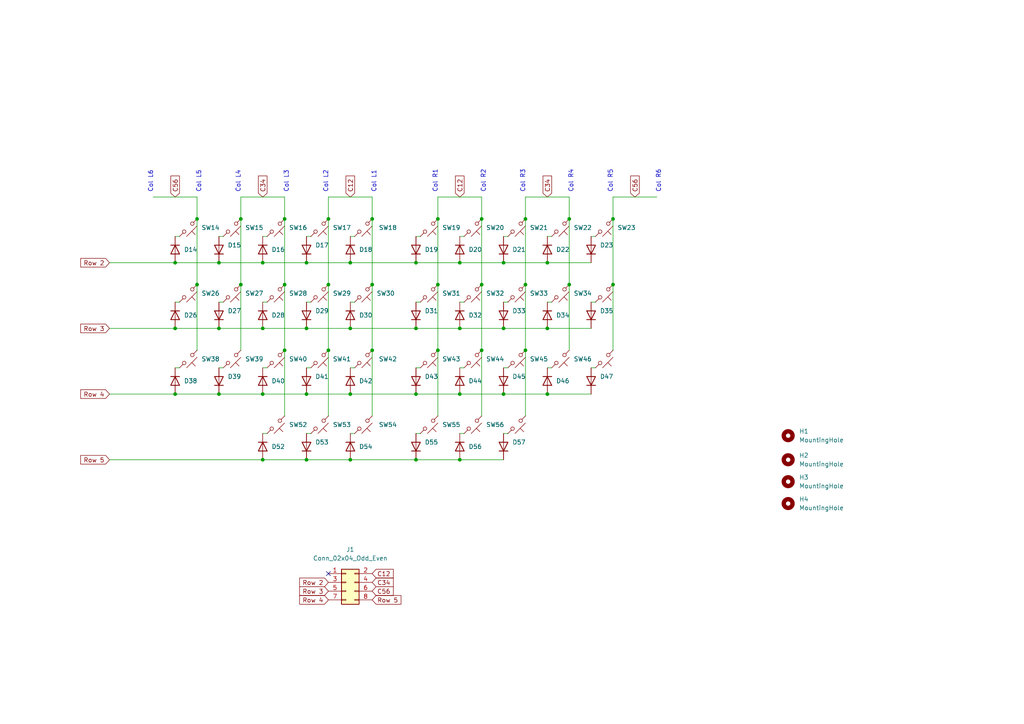
<source format=kicad_sch>
(kicad_sch (version 20230121) (generator eeschema)
  (paper "A4")
  (lib_symbols
    (symbol "Connector_Generic:Conn_02x04_Odd_Even" (pin_names (offset 1.016) hide)
      (property "Reference" "J" (at 1.27 5.08 0))
      (property "Value" "Conn_02x04_Odd_Even" (at 1.27 -7.62 0))
      (symbol "Conn_02x04_Odd_Even_1_1"
        (rectangle (start -1.27 -4.953) (end 0 -5.207) (stroke (width 0.1524)))
        (rectangle (start -1.27 -2.413) (end 0 -2.667) (stroke (width 0.1524)))
        (rectangle (start -1.27 0.127) (end 0 -0.127) (stroke (width 0.1524)))
        (rectangle (start -1.27 2.667) (end 0 2.413) (stroke (width 0.1524)))
        (rectangle (start -1.27 3.81) (end 3.81 -6.35) (stroke (width 0.254)) (fill (type background)))
        (rectangle (start 3.81 -4.953) (end 2.54 -5.207) (stroke (width 0.1524)))
        (rectangle (start 3.81 -2.413) (end 2.54 -2.667) (stroke (width 0.1524)))
        (rectangle (start 3.81 0.127) (end 2.54 -0.127) (stroke (width 0.1524)))
        (rectangle (start 3.81 2.667) (end 2.54 2.413) (stroke (width 0.1524)))
        (pin passive line (at -5.08 2.54 0) (length 3.81) (name "Pin_1") (number "1"))
        (pin passive line (at 7.62 2.54 180) (length 3.81) (name "Pin_2") (number "2"))
        (pin passive line (at -5.08 0 0) (length 3.81) (name "Pin_3") (number "3"))
        (pin passive line (at 7.62 0 180) (length 3.81) (name "Pin_4") (number "4"))
        (pin passive line (at -5.08 -2.54 0) (length 3.81) (name "Pin_5") (number "5"))
        (pin passive line (at 7.62 -2.54 180) (length 3.81) (name "Pin_6") (number "6"))
        (pin passive line (at -5.08 -5.08 0) (length 3.81) (name "Pin_7") (number "7"))
        (pin passive line (at 7.62 -5.08 180) (length 3.81) (name "Pin_8") (number "8"))
      )
    )
    (symbol "Diode:1N4448W" (pin_numbers hide) (pin_names hide)
      (property "Reference" "D" (at 0 2.54 0))
      (property "Value" "1N4448W" (at 0 -2.54 0))
      (symbol "1N4448W_0_1"
        (polyline (pts (xy -1.27 1.27) (xy -1.27 -1.27)) (stroke (width 0.254)))
        (polyline (pts (xy 1.27 0) (xy -1.27 0)))
        (polyline (pts (xy 1.27 1.27) (xy 1.27 -1.27) (xy -1.27 0) (xy 1.27 1.27)) (stroke (width 0.254)))
      )
      (symbol "1N4448W_1_1"
        (pin passive line (at -3.81 0 0) (length 2.54) (name "K") (number "1"))
        (pin passive line (at 3.81 0 180) (length 2.54) (name "A") (number "2"))
      )
    )
    (symbol "Mechanical:MountingHole" (pin_names (offset 1.016))
      (property "Reference" "H" (at 0 5.08 0))
      (property "Value" "MountingHole" (at 0 3.175 0))
      (symbol "MountingHole_0_1"
        (circle (center 0 0) (radius 1.27) (stroke (width 1.27)))
      )
    )
    (symbol "Switch:SW_Push_45deg" (pin_numbers hide) (pin_names (offset 1.016) hide)
      (property "Reference" "SW" (at 3.048 1.016 0))
      (property "Value" "SW_Push_45deg" (at 0 -3.81 0))
      (symbol "SW_Push_45deg_0_1"
        (circle (center -1.1684 1.1684) (radius 0.508))
        (polyline (pts (xy -0.508 2.54) (xy 2.54 -0.508)))
        (polyline (pts (xy 1.016 1.016) (xy 2.032 2.032)))
        (polyline (pts (xy -2.54 2.54) (xy -1.524 1.524) (xy -1.524 1.524)))
        (polyline (pts (xy 1.524 -1.524) (xy 2.54 -2.54) (xy 2.54 -2.54) (xy 2.54 -2.54)))
        (circle (center 1.143 -1.1938) (radius 0.508))
        (pin passive line (at -2.54 2.54 0) (length 0) (name "1") (number "1"))
        (pin passive line (at 2.54 -2.54 180) (length 0) (name "2") (number "2"))
      )
    )
  )
  (junction (at 139.7 101.6))
  (junction (at 101.6 95.25))
  (junction (at 146.05 95.25))
  (junction (at 88.9 95.25))
  (junction (at 177.8 82.55))
  (junction (at 63.5 76.2))
  (junction (at 101.6 133.35))
  (junction (at 82.55 101.6))
  (junction (at 139.7 63.5))
  (junction (at 152.4 101.6))
  (junction (at 127 63.5))
  (junction (at 57.15 63.5))
  (junction (at 158.75 95.25))
  (junction (at 50.8 95.25))
  (junction (at 152.4 63.5))
  (junction (at 88.9 114.3))
  (junction (at 95.25 63.5))
  (junction (at 57.15 82.55))
  (junction (at 76.2 114.3))
  (junction (at 76.2 133.35))
  (junction (at 107.95 101.6))
  (junction (at 152.4 82.55))
  (junction (at 127 82.55))
  (junction (at 120.65 76.2))
  (junction (at 120.65 133.35))
  (junction (at 165.1 63.5))
  (junction (at 82.55 63.5))
  (junction (at 133.35 95.25))
  (junction (at 133.35 114.3))
  (junction (at 146.05 114.3))
  (junction (at 120.65 114.3))
  (junction (at 63.5 95.25))
  (junction (at 139.7 82.55))
  (junction (at 76.2 95.25))
  (junction (at 88.9 76.2))
  (junction (at 50.8 114.3))
  (junction (at 165.1 82.55))
  (junction (at 133.35 133.35))
  (junction (at 133.35 76.2))
  (junction (at 107.95 63.5))
  (junction (at 50.8 76.2))
  (junction (at 101.6 114.3))
  (junction (at 120.65 95.25))
  (junction (at 76.2 76.2))
  (junction (at 69.85 63.5))
  (junction (at 69.85 82.55))
  (junction (at 82.55 82.55))
  (junction (at 63.5 114.3))
  (junction (at 127 101.6))
  (junction (at 101.6 76.2))
  (junction (at 95.25 82.55))
  (junction (at 158.75 76.2))
  (junction (at 107.95 82.55))
  (junction (at 95.25 101.6))
  (junction (at 158.75 114.3))
  (junction (at 177.8 63.5))
  (junction (at 88.9 133.35))
  (junction (at 146.05 76.2))
  (no_connect (at 95.25 166.37))
  (wire (pts (xy 95.25 101.6) (xy 95.25 120.65)))
  (wire (pts (xy 127 63.5) (xy 127 82.55)))
  (wire (pts (xy 172.72 87.63) (xy 171.45 87.63)))
  (wire (pts (xy 57.15 82.55) (xy 57.15 101.6)))
  (wire (pts (xy 76.2 95.25) (xy 88.9 95.25)))
  (wire (pts (xy 76.2 114.3) (xy 88.9 114.3)))
  (wire (pts (xy 76.2 125.73) (xy 77.47 125.73)))
  (wire (pts (xy 165.1 57.15) (xy 165.1 63.5)))
  (wire (pts (xy 120.65 133.35) (xy 133.35 133.35)))
  (wire (pts (xy 69.85 57.15) (xy 69.85 63.5)))
  (wire (pts (xy 158.75 68.58) (xy 160.02 68.58)))
  (wire (pts (xy 76.2 87.63) (xy 77.47 87.63)))
  (wire (pts (xy 158.75 76.2) (xy 171.45 76.2)))
  (wire (pts (xy 146.05 114.3) (xy 158.75 114.3)))
  (wire (pts (xy 76.2 133.35) (xy 88.9 133.35)))
  (wire (pts (xy 64.77 87.63) (xy 63.5 87.63)))
  (wire (pts (xy 152.4 57.15) (xy 152.4 63.5)))
  (wire (pts (xy 133.35 68.58) (xy 134.62 68.58)))
  (wire (pts (xy 31.75 95.25) (xy 50.8 95.25)))
  (wire (pts (xy 127 82.55) (xy 127 101.6)))
  (wire (pts (xy 147.32 87.63) (xy 146.05 87.63)))
  (wire (pts (xy 121.92 106.68) (xy 120.65 106.68)))
  (wire (pts (xy 95.25 57.15) (xy 107.95 57.15)))
  (wire (pts (xy 121.92 68.58) (xy 120.65 68.58)))
  (wire (pts (xy 133.35 114.3) (xy 146.05 114.3)))
  (wire (pts (xy 101.6 106.68) (xy 102.87 106.68)))
  (wire (pts (xy 50.8 76.2) (xy 63.5 76.2)))
  (wire (pts (xy 158.75 114.3) (xy 171.45 114.3)))
  (wire (pts (xy 133.35 87.63) (xy 134.62 87.63)))
  (wire (pts (xy 95.25 82.55) (xy 95.25 101.6)))
  (wire (pts (xy 63.5 95.25) (xy 76.2 95.25)))
  (wire (pts (xy 90.17 68.58) (xy 88.9 68.58)))
  (wire (pts (xy 177.8 57.15) (xy 177.8 63.5)))
  (wire (pts (xy 82.55 82.55) (xy 82.55 101.6)))
  (wire (pts (xy 152.4 63.5) (xy 152.4 82.55)))
  (wire (pts (xy 133.35 133.35) (xy 146.05 133.35)))
  (wire (pts (xy 107.95 101.6) (xy 107.95 120.65)))
  (wire (pts (xy 152.4 101.6) (xy 152.4 120.65)))
  (wire (pts (xy 158.75 106.68) (xy 160.02 106.68)))
  (wire (pts (xy 147.32 106.68) (xy 146.05 106.68)))
  (wire (pts (xy 69.85 82.55) (xy 69.85 101.6)))
  (wire (pts (xy 139.7 82.55) (xy 139.7 101.6)))
  (wire (pts (xy 172.72 68.58) (xy 171.45 68.58)))
  (wire (pts (xy 177.8 82.55) (xy 177.8 101.6)))
  (wire (pts (xy 120.65 76.2) (xy 133.35 76.2)))
  (wire (pts (xy 121.92 125.73) (xy 120.65 125.73)))
  (wire (pts (xy 44.45 57.15) (xy 57.15 57.15)))
  (wire (pts (xy 158.75 95.25) (xy 171.45 95.25)))
  (wire (pts (xy 82.55 63.5) (xy 82.55 82.55)))
  (wire (pts (xy 165.1 63.5) (xy 165.1 82.55)))
  (wire (pts (xy 90.17 106.68) (xy 88.9 106.68)))
  (wire (pts (xy 50.8 95.25) (xy 63.5 95.25)))
  (wire (pts (xy 127 101.6) (xy 127 120.65)))
  (wire (pts (xy 64.77 68.58) (xy 63.5 68.58)))
  (wire (pts (xy 139.7 57.15) (xy 139.7 63.5)))
  (wire (pts (xy 88.9 76.2) (xy 101.6 76.2)))
  (wire (pts (xy 107.95 57.15) (xy 107.95 63.5)))
  (wire (pts (xy 133.35 125.73) (xy 134.62 125.73)))
  (wire (pts (xy 147.32 125.73) (xy 146.05 125.73)))
  (wire (pts (xy 120.65 114.3) (xy 133.35 114.3)))
  (wire (pts (xy 57.15 63.5) (xy 57.15 82.55)))
  (wire (pts (xy 127 57.15) (xy 127 63.5)))
  (wire (pts (xy 121.92 87.63) (xy 120.65 87.63)))
  (wire (pts (xy 95.25 63.5) (xy 95.25 82.55)))
  (wire (pts (xy 158.75 87.63) (xy 160.02 87.63)))
  (wire (pts (xy 133.35 76.2) (xy 146.05 76.2)))
  (wire (pts (xy 101.6 87.63) (xy 102.87 87.63)))
  (wire (pts (xy 152.4 57.15) (xy 165.1 57.15)))
  (wire (pts (xy 76.2 106.68) (xy 77.47 106.68)))
  (wire (pts (xy 133.35 95.25) (xy 146.05 95.25)))
  (wire (pts (xy 50.8 114.3) (xy 63.5 114.3)))
  (wire (pts (xy 165.1 82.55) (xy 165.1 101.6)))
  (wire (pts (xy 177.8 63.5) (xy 177.8 82.55)))
  (wire (pts (xy 152.4 82.55) (xy 152.4 101.6)))
  (wire (pts (xy 90.17 87.63) (xy 88.9 87.63)))
  (wire (pts (xy 76.2 76.2) (xy 88.9 76.2)))
  (wire (pts (xy 139.7 63.5) (xy 139.7 82.55)))
  (wire (pts (xy 88.9 114.3) (xy 101.6 114.3)))
  (wire (pts (xy 88.9 133.35) (xy 101.6 133.35)))
  (wire (pts (xy 31.75 76.2) (xy 50.8 76.2)))
  (wire (pts (xy 31.75 114.3) (xy 50.8 114.3)))
  (wire (pts (xy 127 57.15) (xy 139.7 57.15)))
  (wire (pts (xy 63.5 114.3) (xy 76.2 114.3)))
  (wire (pts (xy 88.9 95.25) (xy 101.6 95.25)))
  (wire (pts (xy 101.6 114.3) (xy 120.65 114.3)))
  (wire (pts (xy 133.35 106.68) (xy 134.62 106.68)))
  (wire (pts (xy 64.77 106.68) (xy 63.5 106.68)))
  (wire (pts (xy 139.7 101.6) (xy 139.7 120.65)))
  (wire (pts (xy 101.6 95.25) (xy 120.65 95.25)))
  (wire (pts (xy 147.32 68.58) (xy 146.05 68.58)))
  (wire (pts (xy 95.25 57.15) (xy 95.25 63.5)))
  (wire (pts (xy 57.15 57.15) (xy 57.15 63.5)))
  (wire (pts (xy 90.17 125.73) (xy 88.9 125.73)))
  (wire (pts (xy 76.2 68.58) (xy 77.47 68.58)))
  (wire (pts (xy 101.6 133.35) (xy 120.65 133.35)))
  (wire (pts (xy 69.85 57.15) (xy 82.55 57.15)))
  (wire (pts (xy 172.72 106.68) (xy 171.45 106.68)))
  (wire (pts (xy 69.85 63.5) (xy 69.85 82.55)))
  (wire (pts (xy 82.55 57.15) (xy 82.55 63.5)))
  (wire (pts (xy 63.5 76.2) (xy 76.2 76.2)))
  (wire (pts (xy 101.6 68.58) (xy 102.87 68.58)))
  (wire (pts (xy 107.95 63.5) (xy 107.95 82.55)))
  (wire (pts (xy 177.8 57.15) (xy 190.5 57.15)))
  (wire (pts (xy 31.75 133.35) (xy 76.2 133.35)))
  (wire (pts (xy 50.8 106.68) (xy 52.07 106.68)))
  (wire (pts (xy 120.65 95.25) (xy 133.35 95.25)))
  (wire (pts (xy 50.8 87.63) (xy 52.07 87.63)))
  (wire (pts (xy 107.95 82.55) (xy 107.95 101.6)))
  (wire (pts (xy 101.6 125.73) (xy 102.87 125.73)))
  (wire (pts (xy 101.6 76.2) (xy 120.65 76.2)))
  (wire (pts (xy 146.05 95.25) (xy 158.75 95.25)))
  (wire (pts (xy 146.05 76.2) (xy 158.75 76.2)))
  (wire (pts (xy 50.8 68.58) (xy 52.07 68.58)))
  (wire (pts (xy 82.55 101.6) (xy 82.55 120.65)))
  (text "Col L4" (at 69.85 55.88 90) (effects (font (size 1.27 1.27)) (justify left bottom)))
  (text "Col R1" (at 127 55.88 90) (effects (font (size 1.27 1.27)) (justify left bottom)))
  (text "Col L1" (at 109.22 55.88 90) (effects (font (size 1.27 1.27)) (justify left bottom)))
  (text "Col R5" (at 177.8 55.88 90) (effects (font (size 1.27 1.27)) (justify left bottom)))
  (text "Col L6" (at 44.45 55.88 90) (effects (font (size 1.27 1.27)) (justify left bottom)))
  (text "Col R3" (at 152.4 55.88 90) (effects (font (size 1.27 1.27)) (justify left bottom)))
  (text "Col L3" (at 83.82 55.88 90) (effects (font (size 1.27 1.27)) (justify left bottom)))
  (text "Col R6" (at 191.77 55.88 90) (effects (font (size 1.27 1.27)) (justify left bottom)))
  (text "Col L5" (at 58.42 55.88 90) (effects (font (size 1.27 1.27)) (justify left bottom)))
  (text "Col R2" (at 140.97 55.88 90) (effects (font (size 1.27 1.27)) (justify left bottom)))
  (text "Col R4" (at 166.37 55.88 90) (effects (font (size 1.27 1.27)) (justify left bottom)))
  (text "Col L2" (at 95.25 55.88 90) (effects (font (size 1.27 1.27)) (justify left bottom)))
  (global_label "Row 4" (shape input) (at 95.25 173.99 180) (property "Intersheetrefs" "${INTERSHEET_REFS}" (effects hide)))
  (global_label "C56" (shape input) (at 107.95 171.45 0) (property "Intersheetrefs" "${INTERSHEET_REFS}" (effects hide)))
  (global_label "C12" (shape input) (at 101.6 57.15 90) (property "Intersheetrefs" "${INTERSHEET_REFS}" (effects hide)))
  (global_label "C34" (shape input) (at 158.75 57.15 90) (property "Intersheetrefs" "${INTERSHEET_REFS}" (effects hide)))
  (global_label "C56" (shape input) (at 184.15 57.15 90) (property "Intersheetrefs" "${INTERSHEET_REFS}" (effects hide)))
  (global_label "C12" (shape input) (at 133.35 57.15 90) (property "Intersheetrefs" "${INTERSHEET_REFS}" (effects hide)))
  (global_label "Row 2" (shape input) (at 31.75 76.2 180) (property "Intersheetrefs" "${INTERSHEET_REFS}" (effects hide)))
  (global_label "Row 5" (shape input) (at 107.95 173.99 0) (property "Intersheetrefs" "${INTERSHEET_REFS}" (effects hide)))
  (global_label "Row 5" (shape input) (at 31.75 133.35 180) (property "Intersheetrefs" "${INTERSHEET_REFS}" (effects hide)))
  (global_label "C56" (shape input) (at 50.8 57.15 90) (property "Intersheetrefs" "${INTERSHEET_REFS}" (effects hide)))
  (global_label "Row 3" (shape input) (at 95.25 171.45 180) (property "Intersheetrefs" "${INTERSHEET_REFS}" (effects hide)))
  (global_label "C12" (shape input) (at 107.95 166.37 0) (property "Intersheetrefs" "${INTERSHEET_REFS}" (effects hide)))
  (global_label "Row 4" (shape input) (at 31.75 114.3 180) (property "Intersheetrefs" "${INTERSHEET_REFS}" (effects hide)))
  (global_label "Row 3" (shape input) (at 31.75 95.25 180) (property "Intersheetrefs" "${INTERSHEET_REFS}" (effects hide)))
  (global_label "C34" (shape input) (at 76.2 57.15 90) (property "Intersheetrefs" "${INTERSHEET_REFS}" (effects hide)))
  (global_label "Row 2" (shape input) (at 95.25 168.91 180) (property "Intersheetrefs" "${INTERSHEET_REFS}" (effects hide)))
  (global_label "C34" (shape input) (at 107.95 168.91 0) (property "Intersheetrefs" "${INTERSHEET_REFS}" (effects hide)))
  (symbol (lib_id "Diode:1N4448W") (at 146.05 72.39 90) (unit 1)
    (property "Reference" "D21" (at 148.59 72.3899 90) (effects (justify right)))
    (property "Value" "1N4448W" (effects hide))
    (property "Footprint" "Keyboard_Foostan:D3_SMD_v2" (effects hide))
    (property "Datasheet" "https://www.vishay.com/docs/85722/1n4448w.pdf" (effects hide))
  )
  (symbol (lib_id "Switch:SW_Push_45deg") (at 54.61 66.04 270) (unit 1)
    (property "Reference" "SW14" (at 58.42 66.0399 90) (effects (justify left)))
    (property "Value" "SW_Push_45deg" (effects hide))
    (property "Footprint" "Keyboard_JSA:ChocV1_Hotswap_reverse" (effects hide))
  )
  (symbol (lib_id "Switch:SW_Push_45deg") (at 149.86 85.09 270) (unit 1)
    (property "Reference" "SW33" (at 153.67 85.0899 90) (effects (justify left)))
    (property "Value" "SW_Push_45deg" (effects hide))
    (property "Footprint" "Keyboard_JSA:ChocV1_Hotswap" (effects hide))
  )
  (symbol (lib_id "Diode:1N4448W") (at 120.65 72.39 90) (unit 1)
    (property "Reference" "D19" (at 123.19 72.3899 90) (effects (justify right)))
    (property "Value" "1N4448W" (effects hide))
    (property "Footprint" "Keyboard_Foostan:D3_SMD_v2" (effects hide))
    (property "Datasheet" "https://www.vishay.com/docs/85722/1n4448w.pdf" (effects hide))
  )
  (symbol (lib_id "Switch:SW_Push_45deg") (at 149.86 66.04 270) (unit 1)
    (property "Reference" "SW21" (at 153.67 66.0399 90) (effects (justify left)))
    (property "Value" "SW_Push_45deg" (effects hide))
    (property "Footprint" "Keyboard_JSA:ChocV1_Hotswap" (effects hide))
  )
  (symbol (lib_id "Switch:SW_Push_45deg") (at 105.41 123.19 270) (unit 1)
    (property "Reference" "SW54" (at 109.855 123.19 90) (effects (justify left)))
    (property "Value" "SW_Push_45deg" (effects hide))
    (property "Footprint" "Keyboard_JSA:ChocV1_Hotswap_reverse" (effects hide))
  )
  (symbol (lib_id "Diode:1N4448W") (at 120.65 110.49 90) (unit 1)
    (property "Reference" "D43" (at 123.19 109.2199 90) (effects (justify right)))
    (property "Value" "1N4448W" (effects hide))
    (property "Footprint" "Keyboard_Foostan:D3_SMD_v2" (effects hide))
    (property "Datasheet" "https://www.vishay.com/docs/85722/1n4448w.pdf" (effects hide))
  )
  (symbol (lib_id "Switch:SW_Push_45deg") (at 149.86 104.14 270) (unit 1)
    (property "Reference" "SW45" (at 153.67 104.1399 90) (effects (justify left)))
    (property "Value" "SW_Push_45deg" (effects hide))
    (property "Footprint" "Keyboard_JSA:ChocV1_Hotswap" (effects hide))
  )
  (symbol (lib_id "Switch:SW_Push_45deg") (at 80.01 85.09 270) (unit 1)
    (property "Reference" "SW28" (at 83.82 85.0899 90) (effects (justify left)))
    (property "Value" "SW_Push_45deg" (effects hide))
    (property "Footprint" "Keyboard_JSA:ChocV1_Hotswap_reverse" (effects hide))
  )
  (symbol (lib_id "Mechanical:MountingHole") (at 228.6 139.7 0) (unit 1)
    (property "Reference" "H3" (at 231.775 138.4299 0) (effects (justify left)))
    (property "Value" "MountingHole" (at 231.775 140.9699 0) (effects (justify left)))
    (property "Footprint" "MountingHole:MountingHole_3.2mm_M3_DIN965" (effects hide))
  )
  (symbol (lib_id "Diode:1N4448W") (at 88.9 72.39 90) (unit 1)
    (property "Reference" "D17" (at 91.44 71.1199 90) (effects (justify right)))
    (property "Value" "1N4448W" (effects hide))
    (property "Footprint" "Keyboard_Foostan:D3_SMD_v2" (effects hide))
    (property "Datasheet" "https://www.vishay.com/docs/85722/1n4448w.pdf" (effects hide))
  )
  (symbol (lib_id "Diode:1N4448W") (at 63.5 72.39 90) (unit 1)
    (property "Reference" "D15" (at 66.04 71.1199 90) (effects (justify right)))
    (property "Value" "1N4448W" (effects hide))
    (property "Footprint" "Keyboard_Foostan:D3_SMD_v2" (effects hide))
    (property "Datasheet" "https://www.vishay.com/docs/85722/1n4448w.pdf" (effects hide))
  )
  (symbol (lib_id "Switch:SW_Push_45deg") (at 137.16 66.04 270) (unit 1)
    (property "Reference" "SW20" (at 140.97 66.0399 90) (effects (justify left)))
    (property "Value" "SW_Push_45deg" (effects hide))
    (property "Footprint" "Keyboard_JSA:ChocV1_Hotswap" (effects hide))
  )
  (symbol (lib_id "Diode:1N4448W") (at 88.9 110.49 90) (unit 1)
    (property "Reference" "D41" (at 91.44 109.2199 90) (effects (justify right)))
    (property "Value" "1N4448W" (effects hide))
    (property "Footprint" "Keyboard_Foostan:D3_SMD_v2" (effects hide))
    (property "Datasheet" "https://www.vishay.com/docs/85722/1n4448w.pdf" (effects hide))
  )
  (symbol (lib_id "Switch:SW_Push_45deg") (at 67.31 85.09 270) (unit 1)
    (property "Reference" "SW27" (at 71.12 85.0899 90) (effects (justify left)))
    (property "Value" "SW_Push_45deg" (effects hide))
    (property "Footprint" "Keyboard_JSA:ChocV1_Hotswap_reverse" (effects hide))
  )
  (symbol (lib_id "Switch:SW_Push_45deg") (at 175.26 85.09 270) (unit 1)
    (property "Reference" "SW35" (effects hide))
    (property "Value" "SW_Push_45deg" (effects hide))
    (property "Footprint" "Keyboard_JSA:ChocV1_Hotswap" (effects hide))
  )
  (symbol (lib_id "Switch:SW_Push_45deg") (at 137.16 85.09 270) (unit 1)
    (property "Reference" "SW32" (at 140.97 85.0899 90) (effects (justify left)))
    (property "Value" "SW_Push_45deg" (effects hide))
    (property "Footprint" "Keyboard_JSA:ChocV1_Hotswap" (effects hide))
  )
  (symbol (lib_id "Switch:SW_Push_45deg") (at 54.61 104.14 270) (unit 1)
    (property "Reference" "SW38" (at 58.42 104.1399 90) (effects (justify left)))
    (property "Value" "SW_Push_45deg" (effects hide))
    (property "Footprint" "Keyboard_JSA:ChocV1_Hotswap_reverse" (effects hide))
  )
  (symbol (lib_id "Switch:SW_Push_45deg") (at 124.46 85.09 270) (unit 1)
    (property "Reference" "SW31" (at 128.27 85.0899 90) (effects (justify left)))
    (property "Value" "SW_Push_45deg" (effects hide))
    (property "Footprint" "Keyboard_JSA:ChocV1_Hotswap" (effects hide))
  )
  (symbol (lib_id "Diode:1N4448W") (at 120.65 91.44 90) (unit 1)
    (property "Reference" "D31" (at 123.19 90.1699 90) (effects (justify right)))
    (property "Value" "1N4448W" (effects hide))
    (property "Footprint" "Keyboard_Foostan:D3_SMD_v2" (effects hide))
    (property "Datasheet" "https://www.vishay.com/docs/85722/1n4448w.pdf" (effects hide))
  )
  (symbol (lib_id "Mechanical:MountingHole") (at 228.6 146.05 0) (unit 1)
    (property "Reference" "H4" (at 231.775 144.7799 0) (effects (justify left)))
    (property "Value" "MountingHole" (at 231.775 147.3199 0) (effects (justify left)))
    (property "Footprint" "MountingHole:MountingHole_3.2mm_M3_DIN965" (effects hide))
  )
  (symbol (lib_id "Diode:1N4448W") (at 76.2 110.49 270) (unit 1)
    (property "Reference" "D40" (at 78.74 110.4899 90) (effects (justify left)))
    (property "Value" "1N4448W" (effects hide))
    (property "Footprint" "Keyboard_Foostan:D3_SMD_v2" (effects hide))
    (property "Datasheet" "https://www.vishay.com/docs/85722/1n4448w.pdf" (effects hide))
  )
  (symbol (lib_id "Diode:1N4448W") (at 120.65 129.54 90) (unit 1)
    (property "Reference" "D55" (at 123.19 128.2699 90) (effects (justify right)))
    (property "Value" "1N4448W" (effects hide))
    (property "Footprint" "Keyboard_Foostan:D3_SMD_v2" (effects hide))
    (property "Datasheet" "https://www.vishay.com/docs/85722/1n4448w.pdf" (effects hide))
  )
  (symbol (lib_id "Diode:1N4448W") (at 76.2 129.54 270) (unit 1)
    (property "Reference" "D52" (at 78.74 129.5399 90) (effects (justify left)))
    (property "Value" "1N4448W" (effects hide))
    (property "Footprint" "Keyboard_Foostan:D3_SMD_v2" (effects hide))
    (property "Datasheet" "https://www.vishay.com/docs/85722/1n4448w.pdf" (effects hide))
  )
  (symbol (lib_id "Switch:SW_Push_45deg") (at 162.56 66.04 270) (unit 1)
    (property "Reference" "SW22" (at 166.37 66.0399 90) (effects (justify left)))
    (property "Value" "SW_Push_45deg" (effects hide))
    (property "Footprint" "Keyboard_JSA:ChocV1_Hotswap" (effects hide))
  )
  (symbol (lib_id "Diode:1N4448W") (at 133.35 72.39 270) (unit 1)
    (property "Reference" "D20" (at 135.89 72.3899 90) (effects (justify left)))
    (property "Value" "1N4448W" (effects hide))
    (property "Footprint" "Keyboard_Foostan:D3_SMD_v2" (effects hide))
    (property "Datasheet" "https://www.vishay.com/docs/85722/1n4448w.pdf" (effects hide))
  )
  (symbol (lib_id "Switch:SW_Push_45deg") (at 137.16 123.19 270) (unit 1)
    (property "Reference" "SW56" (at 140.97 123.1899 90) (effects (justify left)))
    (property "Value" "SW_Push_45deg" (effects hide))
    (property "Footprint" "Keyboard_JSA:ChocV1_Hotswap" (effects hide))
  )
  (symbol (lib_id "Diode:1N4448W") (at 101.6 91.44 270) (unit 1)
    (property "Reference" "D30" (at 104.14 91.4399 90) (effects (justify left)))
    (property "Value" "1N4448W" (effects hide))
    (property "Footprint" "Keyboard_Foostan:D3_SMD_v2" (effects hide))
    (property "Datasheet" "https://www.vishay.com/docs/85722/1n4448w.pdf" (effects hide))
  )
  (symbol (lib_id "Diode:1N4448W") (at 101.6 110.49 270) (unit 1)
    (property "Reference" "D42" (at 104.14 110.4899 90) (effects (justify left)))
    (property "Value" "1N4448W" (effects hide))
    (property "Footprint" "Keyboard_Foostan:D3_SMD_v2" (effects hide))
    (property "Datasheet" "https://www.vishay.com/docs/85722/1n4448w.pdf" (effects hide))
  )
  (symbol (lib_id "Switch:SW_Push_45deg") (at 124.46 123.19 270) (unit 1)
    (property "Reference" "SW55" (at 128.27 123.1899 90) (effects (justify left)))
    (property "Value" "SW_Push_45deg" (effects hide))
    (property "Footprint" "Keyboard_JSA:ChocV1_Hotswap" (effects hide))
  )
  (symbol (lib_id "Mechanical:MountingHole") (at 228.6 133.35 0) (unit 1)
    (property "Reference" "H2" (at 231.775 132.0799 0) (effects (justify left)))
    (property "Value" "MountingHole" (at 231.775 134.6199 0) (effects (justify left)))
    (property "Footprint" "MountingHole:MountingHole_3.2mm_M3_DIN965" (effects hide))
  )
  (symbol (lib_id "Switch:SW_Push_45deg") (at 162.56 104.14 270) (unit 1)
    (property "Reference" "SW46" (at 166.37 104.1399 90) (effects (justify left)))
    (property "Value" "SW_Push_45deg" (effects hide))
    (property "Footprint" "Keyboard_JSA:ChocV1_Hotswap" (effects hide))
  )
  (symbol (lib_id "Switch:SW_Push_45deg") (at 105.41 85.09 270) (unit 1)
    (property "Reference" "SW30" (at 109.22 85.09 90) (effects (justify left)))
    (property "Value" "SW_Push_45deg" (effects hide))
    (property "Footprint" "Keyboard_JSA:ChocV1_Hotswap_reverse" (effects hide))
  )
  (symbol (lib_id "Connector_Generic:Conn_02x04_Odd_Even") (at 100.33 168.91 0) (unit 1)
    (property "Reference" "J1" (at 101.6 159.385 0))
    (property "Value" "Conn_02x04_Odd_Even" (at 101.6 161.925 0))
    (property "Footprint" "Keyboard_JSA:matrix_connector" (effects hide))
  )
  (symbol (lib_id "Diode:1N4448W") (at 101.6 72.39 270) (unit 1)
    (property "Reference" "D18" (at 104.14 72.3899 90) (effects (justify left)))
    (property "Value" "1N4448W" (effects hide))
    (property "Footprint" "Keyboard_Foostan:D3_SMD_v2" (effects hide))
    (property "Datasheet" "https://www.vishay.com/docs/85722/1n4448w.pdf" (effects hide))
  )
  (symbol (lib_id "Diode:1N4448W") (at 63.5 110.49 90) (unit 1)
    (property "Reference" "D39" (at 66.04 109.2199 90) (effects (justify right)))
    (property "Value" "1N4448W" (effects hide))
    (property "Footprint" "Keyboard_Foostan:D3_SMD_v2" (effects hide))
    (property "Datasheet" "https://www.vishay.com/docs/85722/1n4448w.pdf" (effects hide))
  )
  (symbol (lib_id "Diode:1N4448W") (at 158.75 110.49 270) (unit 1)
    (property "Reference" "D46" (at 161.29 110.4899 90) (effects (justify left)))
    (property "Value" "1N4448W" (effects hide))
    (property "Footprint" "Keyboard_Foostan:D3_SMD_v2" (effects hide))
    (property "Datasheet" "https://www.vishay.com/docs/85722/1n4448w.pdf" (effects hide))
  )
  (symbol (lib_id "Switch:SW_Push_45deg") (at 149.86 123.19 270) (unit 1)
    (property "Reference" "SW57" (effects hide))
    (property "Value" "SW_Push_45deg" (effects hide))
    (property "Footprint" "Keyboard_JSA:ChocV1_Hotswap" (effects hide))
  )
  (symbol (lib_id "Switch:SW_Push_45deg") (at 67.31 66.04 270) (unit 1)
    (property "Reference" "SW15" (at 71.12 66.0399 90) (effects (justify left)))
    (property "Value" "SW_Push_45deg" (effects hide))
    (property "Footprint" "Keyboard_JSA:ChocV1_Hotswap_reverse" (effects hide))
  )
  (symbol (lib_id "Diode:1N4448W") (at 101.6 129.54 270) (unit 1)
    (property "Reference" "D54" (at 104.14 129.5399 90) (effects (justify left)))
    (property "Value" "1N4448W" (effects hide))
    (property "Footprint" "Keyboard_Foostan:D3_SMD_v2" (effects hide))
    (property "Datasheet" "https://www.vishay.com/docs/85722/1n4448w.pdf" (effects hide))
  )
  (symbol (lib_id "Diode:1N4448W") (at 146.05 129.54 90) (unit 1)
    (property "Reference" "D57" (at 148.59 128.2699 90) (effects (justify right)))
    (property "Value" "1N4448W" (effects hide))
    (property "Footprint" "Keyboard_Foostan:D3_SMD_v2" (effects hide))
    (property "Datasheet" "https://www.vishay.com/docs/85722/1n4448w.pdf" (effects hide))
  )
  (symbol (lib_id "Switch:SW_Push_45deg") (at 105.41 104.14 270) (unit 1)
    (property "Reference" "SW42" (at 109.855 104.14 90) (effects (justify left)))
    (property "Value" "SW_Push_45deg" (effects hide))
    (property "Footprint" "Keyboard_JSA:ChocV1_Hotswap_reverse" (effects hide))
  )
  (symbol (lib_id "Switch:SW_Push_45deg") (at 54.61 85.09 270) (unit 1)
    (property "Reference" "SW26" (at 58.42 85.0899 90) (effects (justify left)))
    (property "Value" "SW_Push_45deg" (effects hide))
    (property "Footprint" "Keyboard_JSA:ChocV1_Hotswap_reverse" (effects hide))
  )
  (symbol (lib_id "Switch:SW_Push_45deg") (at 175.26 104.14 270) (unit 1)
    (property "Reference" "SW47" (effects hide))
    (property "Value" "SW_Push_45deg" (effects hide))
    (property "Footprint" "Keyboard_JSA:ChocV1_Hotswap" (effects hide))
  )
  (symbol (lib_id "Diode:1N4448W") (at 133.35 91.44 270) (unit 1)
    (property "Reference" "D32" (at 135.89 91.4399 90) (effects (justify left)))
    (property "Value" "1N4448W" (effects hide))
    (property "Footprint" "Keyboard_Foostan:D3_SMD_v2" (effects hide))
    (property "Datasheet" "https://www.vishay.com/docs/85722/1n4448w.pdf" (effects hide))
  )
  (symbol (lib_id "Diode:1N4448W") (at 50.8 72.39 270) (unit 1)
    (property "Reference" "D14" (at 53.34 72.3899 90) (effects (justify left)))
    (property "Value" "1N4448W" (effects hide))
    (property "Footprint" "Keyboard_Foostan:D3_SMD_v2" (effects hide))
    (property "Datasheet" "https://www.vishay.com/docs/85722/1n4448w.pdf" (effects hide))
  )
  (symbol (lib_id "Switch:SW_Push_45deg") (at 92.71 85.09 270) (unit 1)
    (property "Reference" "SW29" (at 96.52 85.0899 90) (effects (justify left)))
    (property "Value" "SW_Push_45deg" (effects hide))
    (property "Footprint" "Keyboard_JSA:ChocV1_Hotswap_reverse" (effects hide))
  )
  (symbol (lib_id "Diode:1N4448W") (at 158.75 91.44 270) (unit 1)
    (property "Reference" "D34" (at 161.29 91.4399 90) (effects (justify left)))
    (property "Value" "1N4448W" (effects hide))
    (property "Footprint" "Keyboard_Foostan:D3_SMD_v2" (effects hide))
    (property "Datasheet" "https://www.vishay.com/docs/85722/1n4448w.pdf" (effects hide))
  )
  (symbol (lib_id "Diode:1N4448W") (at 146.05 110.49 90) (unit 1)
    (property "Reference" "D45" (at 148.59 109.2199 90) (effects (justify right)))
    (property "Value" "1N4448W" (effects hide))
    (property "Footprint" "Keyboard_Foostan:D3_SMD_v2" (effects hide))
    (property "Datasheet" "https://www.vishay.com/docs/85722/1n4448w.pdf" (effects hide))
  )
  (symbol (lib_id "Diode:1N4448W") (at 158.75 72.39 270) (unit 1)
    (property "Reference" "D22" (at 161.29 72.3899 90) (effects (justify left)))
    (property "Value" "1N4448W" (effects hide))
    (property "Footprint" "Keyboard_Foostan:D3_SMD_v2" (effects hide))
    (property "Datasheet" "https://www.vishay.com/docs/85722/1n4448w.pdf" (effects hide))
  )
  (symbol (lib_id "Switch:SW_Push_45deg") (at 137.16 104.14 270) (unit 1)
    (property "Reference" "SW44" (at 140.97 104.1399 90) (effects (justify left)))
    (property "Value" "SW_Push_45deg" (effects hide))
    (property "Footprint" "Keyboard_JSA:ChocV1_Hotswap" (effects hide))
  )
  (symbol (lib_id "Switch:SW_Push_45deg") (at 67.31 104.14 270) (unit 1)
    (property "Reference" "SW39" (at 71.12 104.1399 90) (effects (justify left)))
    (property "Value" "SW_Push_45deg" (effects hide))
    (property "Footprint" "Keyboard_JSA:ChocV1_Hotswap_reverse" (effects hide))
  )
  (symbol (lib_id "Diode:1N4448W") (at 50.8 110.49 270) (unit 1)
    (property "Reference" "D38" (at 53.34 110.4899 90) (effects (justify left)))
    (property "Value" "1N4448W" (effects hide))
    (property "Footprint" "Keyboard_Foostan:D3_SMD_v2" (effects hide))
    (property "Datasheet" "https://www.vishay.com/docs/85722/1n4448w.pdf" (effects hide))
  )
  (symbol (lib_id "Diode:1N4448W") (at 63.5 91.44 90) (unit 1)
    (property "Reference" "D27" (at 66.04 90.1699 90) (effects (justify right)))
    (property "Value" "1N4448W" (effects hide))
    (property "Footprint" "Keyboard_Foostan:D3_SMD_v2" (effects hide))
    (property "Datasheet" "https://www.vishay.com/docs/85722/1n4448w.pdf" (effects hide))
  )
  (symbol (lib_id "Diode:1N4448W") (at 50.8 91.44 270) (unit 1)
    (property "Reference" "D26" (at 53.34 91.4399 90) (effects (justify left)))
    (property "Value" "1N4448W" (effects hide))
    (property "Footprint" "Keyboard_Foostan:D3_SMD_v2" (effects hide))
    (property "Datasheet" "https://www.vishay.com/docs/85722/1n4448w.pdf" (effects hide))
  )
  (symbol (lib_id "Diode:1N4448W") (at 88.9 129.54 90) (unit 1)
    (property "Reference" "D53" (at 91.44 128.2699 90) (effects (justify right)))
    (property "Value" "1N4448W" (effects hide))
    (property "Footprint" "Keyboard_Foostan:D3_SMD_v2" (effects hide))
    (property "Datasheet" "https://www.vishay.com/docs/85722/1n4448w.pdf" (effects hide))
  )
  (symbol (lib_id "Mechanical:MountingHole") (at 228.6 126.365 0) (unit 1)
    (property "Reference" "H1" (at 231.775 125.0949 0) (effects (justify left)))
    (property "Value" "MountingHole" (at 231.775 127.6349 0) (effects (justify left)))
    (property "Footprint" "MountingHole:MountingHole_3.2mm_M3_DIN965" (effects hide))
  )
  (symbol (lib_id "Switch:SW_Push_45deg") (at 80.01 66.04 270) (unit 1)
    (property "Reference" "SW16" (at 83.82 66.0399 90) (effects (justify left)))
    (property "Value" "SW_Push_45deg" (effects hide))
    (property "Footprint" "Keyboard_JSA:ChocV1_Hotswap_reverse" (effects hide))
  )
  (symbol (lib_id "Diode:1N4448W") (at 171.45 91.44 90) (unit 1)
    (property "Reference" "D35" (at 173.99 90.1699 90) (effects (justify right)))
    (property "Value" "1N4448W" (effects hide))
    (property "Footprint" "Keyboard_Foostan:D3_SMD_v2" (effects hide))
    (property "Datasheet" "https://www.vishay.com/docs/85722/1n4448w.pdf" (effects hide))
  )
  (symbol (lib_id "Switch:SW_Push_45deg") (at 105.41 66.04 270) (unit 1)
    (property "Reference" "SW18" (at 109.855 66.04 90) (effects (justify left)))
    (property "Value" "SW_Push_45deg" (effects hide))
    (property "Footprint" "Keyboard_JSA:ChocV1_Hotswap_reverse" (effects hide))
  )
  (symbol (lib_id "Switch:SW_Push_45deg") (at 124.46 104.14 270) (unit 1)
    (property "Reference" "SW43" (at 128.27 104.1399 90) (effects (justify left)))
    (property "Value" "SW_Push_45deg" (effects hide))
    (property "Footprint" "Keyboard_JSA:ChocV1_Hotswap" (effects hide))
  )
  (symbol (lib_id "Diode:1N4448W") (at 76.2 91.44 270) (unit 1)
    (property "Reference" "D28" (at 78.74 91.4399 90) (effects (justify left)))
    (property "Value" "1N4448W" (effects hide))
    (property "Footprint" "Keyboard_Foostan:D3_SMD_v2" (effects hide))
    (property "Datasheet" "https://www.vishay.com/docs/85722/1n4448w.pdf" (effects hide))
  )
  (symbol (lib_id "Diode:1N4448W") (at 133.35 110.49 270) (unit 1)
    (property "Reference" "D44" (at 135.89 110.4899 90) (effects (justify left)))
    (property "Value" "1N4448W" (effects hide))
    (property "Footprint" "Keyboard_Foostan:D3_SMD_v2" (effects hide))
    (property "Datasheet" "https://www.vishay.com/docs/85722/1n4448w.pdf" (effects hide))
  )
  (symbol (lib_id "Switch:SW_Push_45deg") (at 80.01 123.19 270) (unit 1)
    (property "Reference" "SW52" (at 83.82 123.1899 90) (effects (justify left)))
    (property "Value" "SW_Push_45deg" (effects hide))
    (property "Footprint" "Keyboard_JSA:ChocV1_Hotswap_reverse" (effects hide))
  )
  (symbol (lib_id "Switch:SW_Push_45deg") (at 162.56 85.09 270) (unit 1)
    (property "Reference" "SW34" (at 166.37 85.0899 90) (effects (justify left)))
    (property "Value" "SW_Push_45deg" (effects hide))
    (property "Footprint" "Keyboard_JSA:ChocV1_Hotswap" (effects hide))
  )
  (symbol (lib_id "Switch:SW_Push_45deg") (at 92.71 104.14 270) (unit 1)
    (property "Reference" "SW41" (at 96.52 104.1399 90) (effects (justify left)))
    (property "Value" "SW_Push_45deg" (effects hide))
    (property "Footprint" "Keyboard_JSA:ChocV1_Hotswap_reverse" (effects hide))
  )
  (symbol (lib_id "Switch:SW_Push_45deg") (at 92.71 66.04 270) (unit 1)
    (property "Reference" "SW17" (at 96.52 66.0399 90) (effects (justify left)))
    (property "Value" "SW_Push_45deg" (effects hide))
    (property "Footprint" "Keyboard_JSA:ChocV1_Hotswap_reverse" (effects hide))
  )
  (symbol (lib_id "Diode:1N4448W") (at 133.35 129.54 270) (unit 1)
    (property "Reference" "D56" (at 135.89 129.5399 90) (effects (justify left)))
    (property "Value" "1N4448W" (effects hide))
    (property "Footprint" "Keyboard_Foostan:D3_SMD_v2" (effects hide))
    (property "Datasheet" "https://www.vishay.com/docs/85722/1n4448w.pdf" (effects hide))
  )
  (symbol (lib_id "Switch:SW_Push_45deg") (at 175.26 66.04 270) (unit 1)
    (property "Reference" "SW23" (at 179.07 66.0399 90) (effects (justify left)))
    (property "Value" "SW_Push_45deg" (effects hide))
    (property "Footprint" "Keyboard_JSA:ChocV1_Hotswap" (effects hide))
  )
  (symbol (lib_id "Diode:1N4448W") (at 171.45 72.39 90) (unit 1)
    (property "Reference" "D23" (at 173.99 71.1199 90) (effects (justify right)))
    (property "Value" "1N4448W" (effects hide))
    (property "Footprint" "Keyboard_Foostan:D3_SMD_v2" (effects hide))
    (property "Datasheet" "https://www.vishay.com/docs/85722/1n4448w.pdf" (effects hide))
  )
  (symbol (lib_id "Switch:SW_Push_45deg") (at 92.71 123.19 270) (unit 1)
    (property "Reference" "SW53" (at 96.52 123.1899 90) (effects (justify left)))
    (property "Value" "SW_Push_45deg" (effects hide))
    (property "Footprint" "Keyboard_JSA:ChocV1_Hotswap_reverse" (effects hide))
  )
  (symbol (lib_id "Diode:1N4448W") (at 76.2 72.39 270) (unit 1)
    (property "Reference" "D16" (at 78.74 72.3899 90) (effects (justify left)))
    (property "Value" "1N4448W" (effects hide))
    (property "Footprint" "Keyboard_Foostan:D3_SMD_v2" (effects hide))
    (property "Datasheet" "https://www.vishay.com/docs/85722/1n4448w.pdf" (effects hide))
  )
  (symbol (lib_id "Switch:SW_Push_45deg") (at 80.01 104.14 270) (unit 1)
    (property "Reference" "SW40" (at 83.82 104.1399 90) (effects (justify left)))
    (property "Value" "SW_Push_45deg" (effects hide))
    (property "Footprint" "Keyboard_JSA:ChocV1_Hotswap_reverse" (effects hide))
  )
  (symbol (lib_id "Diode:1N4448W") (at 146.05 91.44 90) (unit 1)
    (property "Reference" "D33" (at 148.59 90.1699 90) (effects (justify right)))
    (property "Value" "1N4448W" (effects hide))
    (property "Footprint" "Keyboard_Foostan:D3_SMD_v2" (effects hide))
    (property "Datasheet" "https://www.vishay.com/docs/85722/1n4448w.pdf" (effects hide))
  )
  (symbol (lib_id "Diode:1N4448W") (at 88.9 91.44 90) (unit 1)
    (property "Reference" "D29" (at 91.44 90.1699 90) (effects (justify right)))
    (property "Value" "1N4448W" (effects hide))
    (property "Footprint" "Keyboard_Foostan:D3_SMD_v2" (effects hide))
    (property "Datasheet" "https://www.vishay.com/docs/85722/1n4448w.pdf" (effects hide))
  )
  (symbol (lib_id "Diode:1N4448W") (at 171.45 110.49 90) (unit 1)
    (property "Reference" "D47" (at 173.99 109.2199 90) (effects (justify right)))
    (property "Value" "1N4448W" (effects hide))
    (property "Footprint" "Keyboard_Foostan:D3_SMD_v2" (effects hide))
    (property "Datasheet" "https://www.vishay.com/docs/85722/1n4448w.pdf" (effects hide))
  )
  (symbol (lib_id "Switch:SW_Push_45deg") (at 124.46 66.04 270) (unit 1)
    (property "Reference" "SW19" (at 128.27 66.0399 90) (effects (justify left)))
    (property "Value" "SW_Push_45deg" (effects hide))
    (property "Footprint" "Keyboard_JSA:ChocV1_Hotswap" (effects hide))
  )
)
</source>
